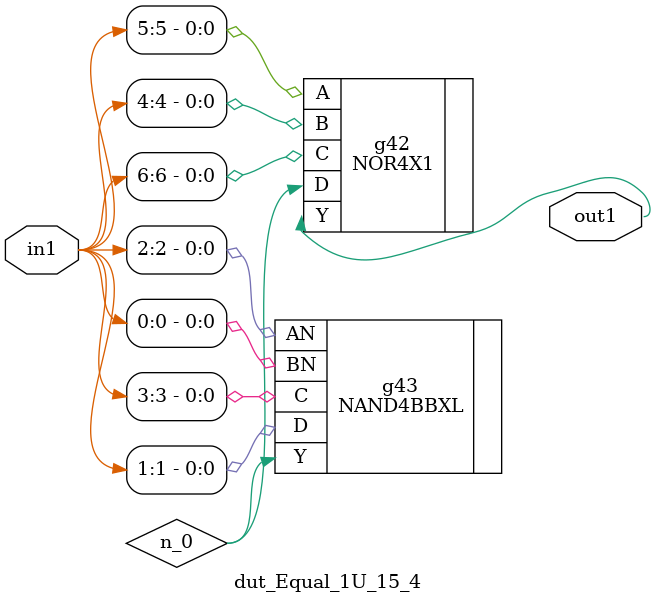
<source format=v>
`timescale 1ps / 1ps


module dut_Equal_1U_15_4(in1, out1);
  input [6:0] in1;
  output out1;
  wire [6:0] in1;
  wire out1;
  wire n_0;
  NOR4X1 g42(.A (in1[5]), .B (in1[4]), .C (in1[6]), .D (n_0), .Y
       (out1));
  NAND4BBXL g43(.AN (in1[2]), .BN (in1[0]), .C (in1[3]), .D (in1[1]),
       .Y (n_0));
endmodule



</source>
